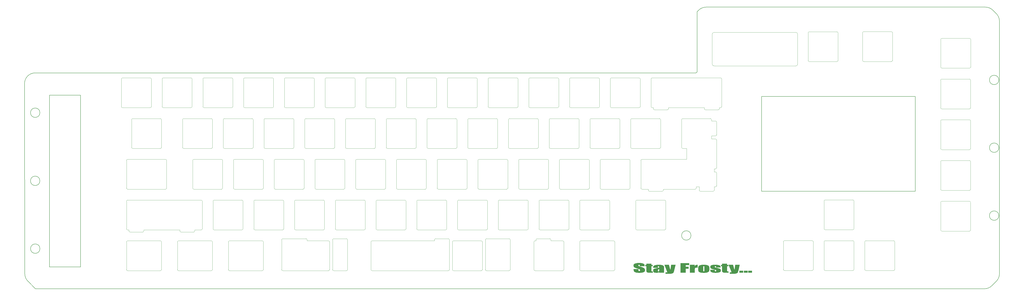
<source format=gbr>
G04 #@! TF.GenerationSoftware,KiCad,Pcbnew,8.0.3*
G04 #@! TF.CreationDate,2024-09-11T17:02:16-04:00*
G04 #@! TF.ProjectId,prototypeTOBETESTED,70726f74-6f74-4797-9065-544f42455445,rev?*
G04 #@! TF.SameCoordinates,Original*
G04 #@! TF.FileFunction,Other,ECO1*
%FSLAX46Y46*%
G04 Gerber Fmt 4.6, Leading zero omitted, Abs format (unit mm)*
G04 Created by KiCad (PCBNEW 8.0.3) date 2024-09-11 17:02:16*
%MOMM*%
%LPD*%
G01*
G04 APERTURE LIST*
%ADD10C,0.300000*%
%ADD11C,0.050000*%
%ADD12C,0.150000*%
G04 APERTURE END LIST*
D10*
G36*
X316632578Y-222629464D02*
G01*
X314358188Y-222629464D01*
X314358188Y-222267985D01*
X314336550Y-222072278D01*
X314289800Y-221994433D01*
X314063143Y-221941676D01*
X313795453Y-222011041D01*
X313704425Y-222203999D01*
X313703618Y-222231837D01*
X313743570Y-222432217D01*
X313816946Y-222528836D01*
X314091975Y-222668399D01*
X314417581Y-222779613D01*
X314450024Y-222789688D01*
X314820906Y-222907184D01*
X315155886Y-223018848D01*
X315524120Y-223150229D01*
X315836254Y-223272498D01*
X316136765Y-223407195D01*
X316411782Y-223566380D01*
X316611079Y-223761100D01*
X316720994Y-223951551D01*
X316791452Y-224176129D01*
X316820441Y-224395787D01*
X316824064Y-224515019D01*
X316813031Y-224711013D01*
X316773403Y-224906270D01*
X316683338Y-225107236D01*
X316593499Y-225219415D01*
X316360949Y-225380432D01*
X316043019Y-225509687D01*
X315708363Y-225602388D01*
X315324882Y-225676534D01*
X314908635Y-225726414D01*
X314511130Y-225750380D01*
X314196011Y-225755773D01*
X313795260Y-225747171D01*
X313369087Y-225716274D01*
X312976863Y-225662907D01*
X312576193Y-225576010D01*
X312233791Y-225466461D01*
X311939631Y-225326251D01*
X311720961Y-225149539D01*
X311693010Y-225114879D01*
X311582758Y-224917501D01*
X311518444Y-224702010D01*
X311489043Y-224480359D01*
X311483939Y-224327440D01*
X311483939Y-224005040D01*
X313758328Y-224005040D01*
X313758328Y-224579499D01*
X313777379Y-224776359D01*
X313834532Y-224882360D01*
X314108084Y-224942932D01*
X314401175Y-224863798D01*
X314498393Y-224666966D01*
X314500826Y-224616624D01*
X314481363Y-224405850D01*
X314397866Y-224210007D01*
X314301524Y-224126184D01*
X313992496Y-223994911D01*
X313664279Y-223879318D01*
X313287412Y-223756067D01*
X313234671Y-223739304D01*
X312882794Y-223625736D01*
X312548425Y-223513002D01*
X312232131Y-223397674D01*
X312077937Y-223333861D01*
X311815132Y-223178278D01*
X311625248Y-223001671D01*
X311601175Y-222973358D01*
X311486869Y-222782986D01*
X311428434Y-222577823D01*
X311413597Y-222388152D01*
X311426499Y-222177939D01*
X311472845Y-221969295D01*
X311565271Y-221774859D01*
X311683241Y-221637838D01*
X311931636Y-221472562D01*
X312240435Y-221347370D01*
X312550791Y-221263658D01*
X312947953Y-221192561D01*
X313345533Y-221151087D01*
X313781134Y-221130943D01*
X313986939Y-221128836D01*
X314427675Y-221138178D01*
X314835439Y-221166205D01*
X315254760Y-221220069D01*
X315552047Y-221278313D01*
X315917000Y-221379559D01*
X316219271Y-221509002D01*
X316417644Y-221657378D01*
X316540014Y-221850912D01*
X316602353Y-222063355D01*
X316627330Y-222262248D01*
X316632578Y-222422346D01*
X316632578Y-222629464D01*
G37*
G36*
X319797965Y-221503993D02*
G01*
X319797965Y-222066729D01*
X320395872Y-222066729D01*
X320395872Y-222691990D01*
X319797965Y-222691990D01*
X319797965Y-224648864D01*
X319804661Y-224854583D01*
X319854629Y-225035745D01*
X320261590Y-225066442D01*
X320489661Y-225067985D01*
X320489661Y-225693247D01*
X319532229Y-225693247D01*
X319136332Y-225690696D01*
X318744393Y-225680653D01*
X318432159Y-225661006D01*
X318059242Y-225590563D01*
X317834253Y-225506645D01*
X317594536Y-225350260D01*
X317509898Y-225230162D01*
X317467156Y-225019174D01*
X317452318Y-224803357D01*
X317447616Y-224592116D01*
X317447372Y-224524789D01*
X317447372Y-222691990D01*
X316968656Y-222691990D01*
X316968656Y-222066729D01*
X317447372Y-222066729D01*
X317447372Y-221503993D01*
X319797965Y-221503993D01*
G37*
G36*
X323618129Y-221948855D02*
G01*
X324047598Y-221975375D01*
X324473161Y-222029612D01*
X324868714Y-222121138D01*
X324944650Y-222145863D01*
X325267280Y-222282449D01*
X325515503Y-222453409D01*
X325651978Y-222646073D01*
X325709594Y-222860499D01*
X325737529Y-223056687D01*
X325754407Y-223252711D01*
X325765465Y-223478311D01*
X325770121Y-223680086D01*
X325771168Y-223843840D01*
X325771168Y-225693247D01*
X323487009Y-225693247D01*
X323487009Y-225459750D01*
X323210038Y-225602632D01*
X323057142Y-225653191D01*
X322689312Y-225730127D01*
X322286798Y-225755672D01*
X322257979Y-225755773D01*
X321855314Y-225735455D01*
X321474814Y-225674501D01*
X321148140Y-225583826D01*
X320880236Y-225437337D01*
X320723958Y-225238771D01*
X320657975Y-225040626D01*
X320640114Y-224840350D01*
X320640114Y-224638117D01*
X322848070Y-224638117D01*
X322858389Y-224834283D01*
X322910596Y-224995689D01*
X323152885Y-225067985D01*
X323373680Y-225014251D01*
X323423140Y-224807439D01*
X323426437Y-224683058D01*
X323426437Y-223973777D01*
X323125262Y-224105985D01*
X322928181Y-224260029D01*
X322861291Y-224455533D01*
X322848070Y-224638117D01*
X320640114Y-224638117D01*
X320640114Y-224538466D01*
X320661444Y-224321610D01*
X320745444Y-224113865D01*
X320909759Y-223959122D01*
X321221168Y-223834971D01*
X321596096Y-223733742D01*
X321971482Y-223650201D01*
X322218900Y-223600574D01*
X322585196Y-223526557D01*
X322963955Y-223443789D01*
X323312206Y-223348100D01*
X323358049Y-223324091D01*
X323423164Y-223130247D01*
X323426437Y-223043700D01*
X323412225Y-222845535D01*
X323352187Y-222701760D01*
X323121622Y-222629464D01*
X322893010Y-222688083D01*
X322851625Y-222892466D01*
X322848070Y-223037838D01*
X322848070Y-223442304D01*
X320640114Y-223442304D01*
X320640114Y-223172660D01*
X320652693Y-222975312D01*
X320703793Y-222761600D01*
X320805404Y-222568831D01*
X320841371Y-222523951D01*
X321050107Y-222358721D01*
X321340414Y-222220777D01*
X321648349Y-222117531D01*
X322015789Y-222032523D01*
X322438871Y-221975336D01*
X322861656Y-221947859D01*
X323207595Y-221941676D01*
X323618129Y-221948855D01*
G37*
G36*
X331164050Y-222004203D02*
G01*
X330519249Y-224657657D01*
X330465142Y-224877590D01*
X330406010Y-225099277D01*
X330343698Y-225306608D01*
X330267190Y-225511530D01*
X330148901Y-225698502D01*
X329945935Y-225876005D01*
X329915481Y-225895480D01*
X329622389Y-226029080D01*
X329262436Y-226116621D01*
X329235509Y-226121160D01*
X328839835Y-226165215D01*
X328450756Y-226184913D01*
X328038474Y-226192820D01*
X327867749Y-226193456D01*
X326458956Y-226193456D01*
X326458956Y-225568194D01*
X326870833Y-225564080D01*
X327148698Y-225546701D01*
X327271796Y-225456819D01*
X327208072Y-225261868D01*
X327136974Y-225081662D01*
X325905990Y-222004203D01*
X328053373Y-222004203D01*
X328725530Y-224539443D01*
X329018621Y-222004203D01*
X331164050Y-222004203D01*
G37*
G36*
X333434532Y-221191362D02*
G01*
X337479193Y-221191362D01*
X337479193Y-222129255D01*
X335873052Y-222129255D01*
X335873052Y-222879569D01*
X337303338Y-222879569D01*
X337303338Y-223817461D01*
X335873052Y-223817461D01*
X335873052Y-225693247D01*
X333434532Y-225693247D01*
X333434532Y-221191362D01*
G37*
G36*
X340175634Y-222004203D02*
G01*
X340019319Y-222558145D01*
X340204722Y-222358694D01*
X340431204Y-222197780D01*
X340747351Y-222058754D01*
X341119412Y-221972180D01*
X341482822Y-221939722D01*
X341482822Y-223317252D01*
X341077408Y-223326141D01*
X340672661Y-223366914D01*
X340558607Y-223392479D01*
X340281590Y-223531909D01*
X340230345Y-223603505D01*
X340186868Y-223813406D01*
X340173558Y-224019511D01*
X340169832Y-224221383D01*
X340169772Y-224253191D01*
X340169772Y-225693247D01*
X337825041Y-225693247D01*
X337825041Y-222004203D01*
X340175634Y-222004203D01*
G37*
G36*
X344713216Y-221950641D02*
G01*
X345130566Y-221981629D01*
X345506700Y-222034752D01*
X345611503Y-222055005D01*
X345988126Y-222149298D01*
X346316754Y-222274084D01*
X346459514Y-222351027D01*
X346686156Y-222513128D01*
X346847643Y-222691788D01*
X346869842Y-222728138D01*
X346945977Y-222934611D01*
X346975888Y-223149052D01*
X346981217Y-223309436D01*
X346981217Y-224196526D01*
X346976355Y-224399179D01*
X346958892Y-224600557D01*
X346919202Y-224806943D01*
X346879612Y-224921439D01*
X346747164Y-225119470D01*
X346543135Y-225293645D01*
X346443883Y-225358145D01*
X346166911Y-225496173D01*
X345837183Y-225603976D01*
X345588056Y-225659053D01*
X345212719Y-225714119D01*
X344801365Y-225746327D01*
X344396151Y-225755773D01*
X343993917Y-225749281D01*
X343588321Y-225726841D01*
X343192415Y-225683645D01*
X343126088Y-225673707D01*
X342738669Y-225592207D01*
X342406560Y-225473063D01*
X342309340Y-225422625D01*
X342085049Y-225262020D01*
X341925085Y-225075984D01*
X341891196Y-225018159D01*
X341816183Y-224808690D01*
X341782643Y-224609394D01*
X341769180Y-224401879D01*
X341768098Y-224316694D01*
X341768098Y-223388571D01*
X341778850Y-223175927D01*
X341805467Y-223026115D01*
X344112829Y-223026115D01*
X344112829Y-224682081D01*
X344124850Y-224879002D01*
X344167539Y-225002528D01*
X344374657Y-225067985D01*
X344583729Y-225008390D01*
X344633961Y-224810920D01*
X344636486Y-224718229D01*
X344636486Y-223026115D01*
X344626762Y-222826187D01*
X344585683Y-222690036D01*
X344380519Y-222629464D01*
X344167539Y-222691013D01*
X344117157Y-222888616D01*
X344112829Y-223026115D01*
X341805467Y-223026115D01*
X341817471Y-222958551D01*
X341894493Y-222746701D01*
X341992801Y-222587454D01*
X342191342Y-222400248D01*
X342475310Y-222240286D01*
X342807595Y-222118508D01*
X343163615Y-222033028D01*
X343570022Y-221975523D01*
X343973572Y-221947893D01*
X344302361Y-221941676D01*
X344713216Y-221950641D01*
G37*
G36*
X352213876Y-223254726D02*
G01*
X350121203Y-223254726D01*
X350121203Y-223012437D01*
X350110470Y-222809520D01*
X350072354Y-222689059D01*
X349837881Y-222629464D01*
X349605362Y-222681244D01*
X349527204Y-222845375D01*
X349553441Y-223043321D01*
X349570191Y-223078871D01*
X349822181Y-223234472D01*
X349835927Y-223240071D01*
X350182752Y-223350713D01*
X350565141Y-223451999D01*
X350777728Y-223504831D01*
X351174792Y-223608715D01*
X351550041Y-223724349D01*
X351872058Y-223850495D01*
X352069284Y-223959122D01*
X352260984Y-224148578D01*
X352353148Y-224347388D01*
X352383562Y-224558131D01*
X352383869Y-224583407D01*
X352368848Y-224795959D01*
X352316040Y-225002529D01*
X352212771Y-225191626D01*
X352143534Y-225270218D01*
X351919960Y-225430823D01*
X351606810Y-225560928D01*
X351348279Y-225630720D01*
X350978671Y-225696666D01*
X350565939Y-225738187D01*
X350157609Y-225754674D01*
X350013736Y-225755773D01*
X349598890Y-225747102D01*
X349168097Y-225716619D01*
X348775326Y-225664189D01*
X348534601Y-225617043D01*
X348186097Y-225520605D01*
X347889136Y-225392044D01*
X347682682Y-225239932D01*
X347550301Y-225048339D01*
X347482861Y-224850364D01*
X347453796Y-224643247D01*
X347450163Y-224528697D01*
X347450163Y-224317671D01*
X349542836Y-224317671D01*
X349542836Y-224596108D01*
X349551903Y-224795776D01*
X349607316Y-224986896D01*
X349847651Y-225067985D01*
X350130973Y-225019136D01*
X350208444Y-224824685D01*
X350209130Y-224792479D01*
X350183241Y-224592200D01*
X350105571Y-224487664D01*
X349764452Y-224372159D01*
X349396439Y-224264036D01*
X349035479Y-224161706D01*
X348827693Y-224103714D01*
X348481868Y-224000651D01*
X348146994Y-223884752D01*
X347824977Y-223742609D01*
X347610387Y-223593735D01*
X347475839Y-223408400D01*
X347403391Y-223199710D01*
X347389591Y-223047608D01*
X347404612Y-222840124D01*
X347457420Y-222640862D01*
X347573597Y-222446435D01*
X347629926Y-222389129D01*
X347879374Y-222230309D01*
X348205805Y-222113187D01*
X348438858Y-222057936D01*
X348811214Y-221996627D01*
X349217535Y-221958025D01*
X349612264Y-221942698D01*
X349749954Y-221941676D01*
X350147156Y-221949250D01*
X350548248Y-221975430D01*
X350940523Y-222025826D01*
X351006339Y-222037420D01*
X351363819Y-222118294D01*
X351695447Y-222235569D01*
X351809410Y-222293386D01*
X352047573Y-222456244D01*
X352153304Y-222589408D01*
X352202282Y-222789340D01*
X352213817Y-222991025D01*
X352213876Y-223008529D01*
X352213876Y-223254726D01*
G37*
G36*
X355289382Y-221503993D02*
G01*
X355289382Y-222066729D01*
X355887288Y-222066729D01*
X355887288Y-222691990D01*
X355289382Y-222691990D01*
X355289382Y-224648864D01*
X355296077Y-224854583D01*
X355346046Y-225035745D01*
X355753006Y-225066442D01*
X355981077Y-225067985D01*
X355981077Y-225693247D01*
X355023645Y-225693247D01*
X354627749Y-225690696D01*
X354235810Y-225680653D01*
X353923576Y-225661006D01*
X353550659Y-225590563D01*
X353325669Y-225506645D01*
X353085952Y-225350260D01*
X353001315Y-225230162D01*
X352958572Y-225019174D01*
X352943734Y-224803357D01*
X352939033Y-224592116D01*
X352938789Y-224524789D01*
X352938789Y-222691990D01*
X352460073Y-222691990D01*
X352460073Y-222066729D01*
X352938789Y-222066729D01*
X352938789Y-221503993D01*
X355289382Y-221503993D01*
G37*
G36*
X361239137Y-222004203D02*
G01*
X360594336Y-224657657D01*
X360540229Y-224877590D01*
X360481097Y-225099277D01*
X360418785Y-225306608D01*
X360342278Y-225511530D01*
X360223988Y-225698502D01*
X360021022Y-225876005D01*
X359990568Y-225895480D01*
X359697477Y-226029080D01*
X359337524Y-226116621D01*
X359310596Y-226121160D01*
X358914922Y-226165215D01*
X358525844Y-226184913D01*
X358113562Y-226192820D01*
X357942836Y-226193456D01*
X356534043Y-226193456D01*
X356534043Y-225568194D01*
X356945921Y-225564080D01*
X357223785Y-225546701D01*
X357346883Y-225456819D01*
X357283159Y-225261868D01*
X357212061Y-225081662D01*
X355981077Y-222004203D01*
X358128461Y-222004203D01*
X358800617Y-224539443D01*
X359093708Y-222004203D01*
X361239137Y-222004203D01*
G37*
G36*
X362874588Y-224755354D02*
G01*
X362874588Y-225693247D01*
X361073052Y-225693247D01*
X361073052Y-224755354D01*
X362874588Y-224755354D01*
G37*
G36*
X364937951Y-224755354D02*
G01*
X364937951Y-225693247D01*
X363136416Y-225693247D01*
X363136416Y-224755354D01*
X364937951Y-224755354D01*
G37*
G36*
X367001315Y-224755354D02*
G01*
X367001315Y-225693247D01*
X365199779Y-225693247D01*
X365199779Y-224755354D01*
X367001315Y-224755354D01*
G37*
D11*
X248030400Y-192146800D02*
G75*
G02*
X248530400Y-191646800I500000J0D01*
G01*
X194680400Y-172546800D02*
G75*
G02*
X195180400Y-173046800I0J-500000D01*
G01*
X285905400Y-166946800D02*
G75*
G02*
X285405400Y-167446800I-500000J0D01*
G01*
D12*
X31070000Y-233240000D02*
X32280000Y-233240000D01*
D11*
X432325800Y-112685200D02*
G75*
G02*
X432825800Y-113185200I0J-500000D01*
G01*
X194680400Y-172546800D02*
X181680400Y-172546800D01*
X224155400Y-134846800D02*
X224155400Y-147846800D01*
X243755400Y-148346800D02*
X256755400Y-148346800D01*
X275855400Y-134346800D02*
X262855400Y-134346800D01*
X468940000Y-154000000D02*
X455940000Y-154000000D01*
X74242900Y-224746800D02*
G75*
G02*
X73742900Y-224246800I0J500000D01*
G01*
X114005400Y-224246800D02*
G75*
G02*
X113505400Y-224746800I-500000J0D01*
G01*
X188842900Y-224746800D02*
X205555400Y-224746800D01*
X253617900Y-224246800D02*
G75*
G02*
X253117900Y-224746800I-500000J0D01*
G01*
X90455400Y-134846800D02*
X90455400Y-147846800D01*
X455940000Y-168000000D02*
X468940000Y-168000000D01*
X258080400Y-186546800D02*
X271080400Y-186546800D01*
X393787400Y-126739400D02*
X406787400Y-126739400D01*
X271080400Y-172546800D02*
X258080400Y-172546800D01*
X262355400Y-134846800D02*
G75*
G02*
X262855400Y-134346800I500000J0D01*
G01*
X205055400Y-134846800D02*
G75*
G02*
X205555400Y-134346800I500000J0D01*
G01*
X301055400Y-148346800D02*
G75*
G02*
X300555400Y-147846800I0J500000D01*
G01*
X133430400Y-192146800D02*
X133430400Y-205146800D01*
X74242900Y-186546800D02*
G75*
G02*
X73742900Y-186046800I0J500000D01*
G01*
X76630400Y-167446800D02*
X89630400Y-167446800D01*
X336367900Y-172546800D02*
X315380400Y-172546800D01*
X190405400Y-166946800D02*
X190405400Y-153946800D01*
X124380400Y-186546800D02*
G75*
G02*
X123880400Y-186046800I0J500000D01*
G01*
X170355900Y-210246800D02*
X170355900Y-224246800D01*
X123555400Y-147846800D02*
X123555400Y-134846800D01*
X119605400Y-167446800D02*
G75*
G02*
X119105400Y-166946800I0J500000D01*
G01*
X342755900Y-187546800D02*
G75*
G02*
X342255900Y-187046800I0J500000D01*
G01*
X143480400Y-186546800D02*
G75*
G02*
X142980400Y-186046800I0J500000D01*
G01*
X302617900Y-224246800D02*
X302617900Y-211246800D01*
X277180400Y-186546800D02*
X290180400Y-186546800D01*
X433854600Y-224191200D02*
X433854600Y-211191200D01*
X161255400Y-134346800D02*
X148255400Y-134346800D01*
X166030400Y-191646800D02*
X153030400Y-191646800D01*
X302617900Y-224246800D02*
G75*
G02*
X302117900Y-224746800I-500000J0D01*
G01*
X468940000Y-154000000D02*
G75*
G02*
X469440000Y-154500000I0J-500000D01*
G01*
X185130400Y-191646800D02*
X172130400Y-191646800D01*
X152205400Y-166946800D02*
X152205400Y-153946800D01*
X118280400Y-172546800D02*
X105280400Y-172546800D01*
X114330400Y-192146800D02*
X114330400Y-205146800D01*
X469440000Y-167500000D02*
G75*
G02*
X468940000Y-168000000I-500000J0D01*
G01*
X419854600Y-211191200D02*
G75*
G02*
X420354600Y-210691200I500000J0D01*
G01*
X320155400Y-148346800D02*
G75*
G02*
X319655400Y-147846800I0J500000D01*
G01*
X146930400Y-191646800D02*
X133930400Y-191646800D01*
X114830400Y-205646800D02*
X127830400Y-205646800D01*
X252805400Y-153946800D02*
G75*
G02*
X253305400Y-153446800I500000J0D01*
G01*
X157305400Y-153946800D02*
G75*
G02*
X157805400Y-153446800I500000J0D01*
G01*
X400766400Y-192073000D02*
G75*
G02*
X401266400Y-191573000I500000J0D01*
G01*
X238480400Y-173046800D02*
G75*
G02*
X238980400Y-172546800I500000J0D01*
G01*
X156980400Y-186046800D02*
X156980400Y-173046800D01*
X224604900Y-209746800D02*
X218604900Y-209746800D01*
X278742900Y-224246800D02*
G75*
G02*
X278242900Y-224746800I-500000J0D01*
G01*
X224655400Y-148346800D02*
G75*
G02*
X224155400Y-147846800I0J500000D01*
G01*
X333980400Y-153946800D02*
G75*
G02*
X334480400Y-153446800I500000J0D01*
G01*
X114830400Y-205646800D02*
G75*
G02*
X114330400Y-205146800I0J500000D01*
G01*
X228605400Y-166946800D02*
X228605400Y-153946800D01*
X168417900Y-210746800D02*
X158405400Y-210741800D01*
X296280400Y-186546800D02*
G75*
G02*
X295780400Y-186046800I0J500000D01*
G01*
X393287400Y-113239400D02*
X393287400Y-126239400D01*
X325379900Y-187046800D02*
G75*
G02*
X324879900Y-187546800I-500000J0D01*
G01*
X266805400Y-166946800D02*
G75*
G02*
X266305400Y-167446800I-500000J0D01*
G01*
X137880400Y-224246800D02*
X137880400Y-211246800D01*
X73742900Y-211246800D02*
X73742900Y-224246800D01*
X327767400Y-148846800D02*
X327767400Y-148346800D01*
X73742900Y-192146800D02*
G75*
G02*
X74242900Y-191646800I500000J0D01*
G01*
X224155400Y-134846800D02*
G75*
G02*
X224655400Y-134346800I500000J0D01*
G01*
X319655400Y-134846800D02*
X319655400Y-147846800D01*
X129155400Y-148346800D02*
X142155400Y-148346800D01*
X98117900Y-224746800D02*
G75*
G02*
X97617900Y-224246800I0J500000D01*
G01*
X349312400Y-128764400D02*
G75*
G02*
X348312400Y-127764400I0J1000000D01*
G01*
D12*
X479454466Y-231775534D02*
G75*
G02*
X475918932Y-233239981I-3535466J3535434D01*
G01*
D11*
X191230400Y-205646800D02*
X204230400Y-205646800D01*
X469440000Y-148400000D02*
G75*
G02*
X468940000Y-148900000I-500000J0D01*
G01*
X132605400Y-153446800D02*
G75*
G02*
X133105400Y-153946800I0J-500000D01*
G01*
X128330400Y-205146800D02*
G75*
G02*
X127830400Y-205646800I-500000J0D01*
G01*
X152530400Y-192146800D02*
G75*
G02*
X153030400Y-191646800I500000J0D01*
G01*
X176080400Y-186046800D02*
X176080400Y-173046800D01*
X267630400Y-205646800D02*
G75*
G02*
X267130400Y-205146800I0J500000D01*
G01*
X240042900Y-210746800D02*
G75*
G02*
X240542900Y-211246800I0J-500000D01*
G01*
X271580400Y-186046800D02*
X271580400Y-173046800D01*
X176855900Y-209746800D02*
G75*
G02*
X177355900Y-210246800I0J-500000D01*
G01*
X170805400Y-153446800D02*
X157805400Y-153446800D01*
X272205400Y-209746800D02*
G75*
G02*
X272705400Y-210246800I0J-500000D01*
G01*
X137380400Y-172546800D02*
G75*
G02*
X137880400Y-173046800I0J-500000D01*
G01*
X400766400Y-192073000D02*
X400766400Y-205073000D01*
X468940000Y-192200000D02*
X455940000Y-192200000D01*
X228105400Y-153446800D02*
X215105400Y-153446800D01*
X97617900Y-211246800D02*
X97617900Y-224246800D01*
X109230400Y-205146800D02*
G75*
G02*
X108730400Y-205646800I-500000J0D01*
G01*
X241980900Y-210246800D02*
G75*
G02*
X242480900Y-209746800I500000J0D01*
G01*
X157805400Y-167446800D02*
G75*
G02*
X157305400Y-166946800I0J500000D01*
G01*
X138705400Y-167446800D02*
X151705400Y-167446800D01*
X262855400Y-148346800D02*
G75*
G02*
X262355400Y-147846800I0J500000D01*
G01*
X247205400Y-153446800D02*
G75*
G02*
X247705400Y-153946800I0J-500000D01*
G01*
X137380400Y-210746800D02*
G75*
G02*
X137880400Y-211246800I0J-500000D01*
G01*
X321267400Y-149346800D02*
X327267400Y-149346800D01*
X258080400Y-186546800D02*
G75*
G02*
X257580400Y-186046800I0J500000D01*
G01*
X90130400Y-224246800D02*
G75*
G02*
X89630400Y-224746800I-500000J0D01*
G01*
X347480400Y-153446800D02*
G75*
G02*
X347980400Y-153946800I0J-500000D01*
G01*
X96792900Y-191646800D02*
X83792900Y-191646800D01*
X468940000Y-134900000D02*
G75*
G02*
X469440000Y-135400000I0J-500000D01*
G01*
X224604900Y-209746800D02*
G75*
G02*
X225104900Y-210246800I0J-500000D01*
G01*
X121492900Y-211246800D02*
G75*
G02*
X121992900Y-210746800I500000J0D01*
G01*
X219880400Y-186546800D02*
G75*
G02*
X219380400Y-186046800I0J500000D01*
G01*
X223330400Y-191646800D02*
X210330400Y-191646800D01*
X148255400Y-148346800D02*
X161255400Y-148346800D01*
X232880400Y-172546800D02*
X219880400Y-172546800D01*
X121492900Y-211246800D02*
X121492900Y-224246800D01*
X90955400Y-148346800D02*
G75*
G02*
X90455400Y-147846800I0J500000D01*
G01*
X286730400Y-224746800D02*
G75*
G02*
X286230400Y-224246800I0J500000D01*
G01*
X105280400Y-186546800D02*
G75*
G02*
X104780400Y-186046800I0J500000D01*
G01*
X209005400Y-153446800D02*
X196005400Y-153446800D01*
X109555400Y-134846800D02*
X109555400Y-147846800D01*
X142655400Y-147846800D02*
X142655400Y-134846800D01*
X97617900Y-211246800D02*
G75*
G02*
X98117900Y-210746800I500000J0D01*
G01*
X73742900Y-211246800D02*
G75*
G02*
X74242900Y-210746800I500000J0D01*
G01*
X121992900Y-224746800D02*
G75*
G02*
X121492900Y-224246800I0J500000D01*
G01*
X138205400Y-153946800D02*
X138205400Y-166946800D01*
X90455400Y-134846800D02*
G75*
G02*
X90955400Y-134346800I500000J0D01*
G01*
X146479900Y-210246800D02*
X146479900Y-224246800D01*
X455977506Y-129806800D02*
G75*
G02*
X455477500Y-129306800I-6J500000D01*
G01*
X243255400Y-134846800D02*
X243255400Y-147846800D01*
X310605400Y-167446800D02*
X323605400Y-167446800D01*
X252480400Y-186046800D02*
X252480400Y-173046800D01*
X97617900Y-211246800D02*
X97617900Y-224246800D01*
X142155400Y-134346800D02*
X129155400Y-134346800D01*
X89630400Y-153446800D02*
X76630400Y-153446800D01*
X233380400Y-186046800D02*
G75*
G02*
X232880400Y-186546800I-500000J0D01*
G01*
X342255900Y-185434800D02*
X342255900Y-187046800D01*
X133105400Y-166946800D02*
X133105400Y-153946800D01*
X218604900Y-224746800D02*
X224604900Y-224746800D01*
X349255900Y-178434800D02*
X349255900Y-176996800D01*
X253617900Y-224246800D02*
X253617900Y-210246800D01*
X302117900Y-210746800D02*
G75*
G02*
X302617900Y-211246800I0J-500000D01*
G01*
X348312400Y-114014400D02*
X348312400Y-127764400D01*
X210330400Y-205646800D02*
G75*
G02*
X209830400Y-205146800I0J500000D01*
G01*
X190405400Y-166946800D02*
G75*
G02*
X189905400Y-167446800I-500000J0D01*
G01*
X469477506Y-129306800D02*
X469477506Y-116306800D01*
X147430400Y-205146800D02*
X147430400Y-192146800D01*
X158405400Y-210741800D02*
X158405400Y-210246800D01*
X352755400Y-147846800D02*
G75*
G02*
X352255400Y-148346800I-500000J0D01*
G01*
X76130400Y-153946800D02*
X76130400Y-166946800D01*
X195505400Y-153946800D02*
X195505400Y-166946800D01*
D12*
X338373953Y-208233247D02*
G75*
G02*
X333973953Y-208233247I-2200000J0D01*
G01*
X333973953Y-208233247D02*
G75*
G02*
X338373953Y-208233247I2200000J0D01*
G01*
D11*
X327767400Y-148346800D02*
X344643400Y-148346800D01*
X393287400Y-113239400D02*
G75*
G02*
X393787400Y-112739400I500000J0D01*
G01*
X200280400Y-173046800D02*
X200280400Y-186046800D01*
X469440000Y-186600000D02*
X469440000Y-173600000D01*
X312492900Y-192146800D02*
G75*
G02*
X312992900Y-191646800I500000J0D01*
G01*
X300230400Y-205146800D02*
X300230400Y-192146800D01*
X281130400Y-205146800D02*
G75*
G02*
X280630400Y-205646800I-500000J0D01*
G01*
X325379900Y-187046800D02*
X325379900Y-186546800D01*
X286230400Y-211246800D02*
X286230400Y-224246800D01*
X290180400Y-172546800D02*
G75*
G02*
X290680400Y-173046800I0J-500000D01*
G01*
X175580400Y-172546800D02*
X162580400Y-172546800D01*
X238155400Y-147846800D02*
G75*
G02*
X237655400Y-148346800I-500000J0D01*
G01*
X261530400Y-191646800D02*
X248530400Y-191646800D01*
X349255900Y-187046800D02*
X349255900Y-185434800D01*
X395678400Y-224163400D02*
G75*
G02*
X395178400Y-224663400I-500000J0D01*
G01*
D12*
X32170000Y-233240000D02*
X475918932Y-233240000D01*
D11*
X85355400Y-147846800D02*
X85355400Y-134846800D01*
X407287400Y-126239400D02*
X407287400Y-113239400D01*
X238980400Y-186546800D02*
X251980400Y-186546800D01*
X295780400Y-173046800D02*
G75*
G02*
X296280400Y-172546800I500000J0D01*
G01*
X190730400Y-192146800D02*
X190730400Y-205146800D01*
X301055400Y-148346800D02*
X314055400Y-148346800D01*
X350367900Y-161058800D02*
X350367900Y-155058800D01*
X146930400Y-191646800D02*
G75*
G02*
X147430400Y-192146800I0J-500000D01*
G01*
X214605400Y-153946800D02*
G75*
G02*
X215105400Y-153446800I500000J0D01*
G01*
D12*
X341230000Y-131510000D02*
X340720000Y-132020000D01*
D11*
X272405400Y-167446800D02*
X285405400Y-167446800D01*
X324105400Y-166946800D02*
G75*
G02*
X323605400Y-167446800I-500000J0D01*
G01*
X251980400Y-172546800D02*
X238980400Y-172546800D01*
X314880400Y-173046800D02*
G75*
G02*
X315380400Y-172546800I500000J0D01*
G01*
X299730400Y-191646800D02*
G75*
G02*
X300230400Y-192146800I0J-500000D01*
G01*
X137880400Y-186046800D02*
G75*
G02*
X137380400Y-186546800I-500000J0D01*
G01*
X71855400Y-148346800D02*
X84855400Y-148346800D01*
X281955400Y-148346800D02*
G75*
G02*
X281455400Y-147846800I0J500000D01*
G01*
X238980400Y-186546800D02*
G75*
G02*
X238480400Y-186046800I0J500000D01*
G01*
X305005400Y-166946800D02*
X305005400Y-153946800D01*
X455940000Y-168000000D02*
G75*
G02*
X455440000Y-167500000I0J500000D01*
G01*
X333155400Y-134346800D02*
X320155400Y-134346800D01*
X108730400Y-191646800D02*
G75*
G02*
X109230400Y-192146800I0J-500000D01*
G01*
X196005400Y-167446800D02*
X209005400Y-167446800D01*
X242480900Y-224746800D02*
G75*
G02*
X241980900Y-224246800I0J500000D01*
G01*
X226542900Y-211246800D02*
X226542900Y-224246800D01*
X200780400Y-186546800D02*
G75*
G02*
X200280400Y-186046800I0J500000D01*
G01*
X167355400Y-148346800D02*
G75*
G02*
X166855400Y-147846800I0J500000D01*
G01*
X240042900Y-210746800D02*
X227042900Y-210746800D01*
X152530400Y-192146800D02*
X152530400Y-205146800D01*
X92017900Y-172546800D02*
X74242900Y-172546800D01*
X233705400Y-153946800D02*
X233705400Y-166946800D01*
X310105400Y-153946800D02*
X310105400Y-166946800D01*
X186455400Y-148346800D02*
G75*
G02*
X185955400Y-147846800I0J500000D01*
G01*
X350367900Y-184934800D02*
G75*
G02*
X349867900Y-185434800I-500000J0D01*
G01*
X204230400Y-191646800D02*
X191230400Y-191646800D01*
D12*
X476388932Y-101190000D02*
X345471068Y-101190000D01*
D11*
X185130400Y-191646800D02*
G75*
G02*
X185630400Y-192146800I0J-500000D01*
G01*
X127830400Y-191646800D02*
G75*
G02*
X128330400Y-192146800I0J-500000D01*
G01*
X113505400Y-153446800D02*
G75*
G02*
X114005400Y-153946800I0J-500000D01*
G01*
X281130400Y-205146800D02*
X281130400Y-192146800D01*
X262355400Y-134846800D02*
X262355400Y-147846800D01*
X302117900Y-210746800D02*
X286730400Y-210746800D01*
X242930400Y-205146800D02*
G75*
G02*
X242430400Y-205646800I-500000J0D01*
G01*
X455940000Y-206200000D02*
G75*
G02*
X455440000Y-205700000I0J500000D01*
G01*
X418825800Y-113185200D02*
X418825800Y-126185200D01*
X296280400Y-186546800D02*
X309280400Y-186546800D01*
X199955400Y-147846800D02*
X199955400Y-134846800D01*
X180855400Y-147846800D02*
X180855400Y-134846800D01*
X113505400Y-210746800D02*
G75*
G02*
X114005400Y-211246800I0J-500000D01*
G01*
X469477506Y-129306800D02*
G75*
G02*
X468977506Y-129806806I-500006J0D01*
G01*
X143480400Y-186546800D02*
X156480400Y-186546800D01*
X240542900Y-224246800D02*
X240542900Y-211246800D01*
X243755400Y-148346800D02*
G75*
G02*
X243255400Y-147846800I0J500000D01*
G01*
X170805400Y-153446800D02*
G75*
G02*
X171305400Y-153946800I0J-500000D01*
G01*
X280630400Y-191646800D02*
G75*
G02*
X281130400Y-192146800I0J-500000D01*
G01*
X302617900Y-224246800D02*
X302617900Y-211246800D01*
X215105400Y-167446800D02*
X228105400Y-167446800D01*
X213780400Y-172546800D02*
G75*
G02*
X214280400Y-173046800I0J-500000D01*
G01*
X119105400Y-153946800D02*
G75*
G02*
X119605400Y-153446800I500000J0D01*
G01*
X98117900Y-224746800D02*
G75*
G02*
X97617900Y-224246800I0J500000D01*
G01*
X81850400Y-205651800D02*
X98730400Y-205651800D01*
X185955400Y-134846800D02*
X185955400Y-147846800D01*
X309280400Y-172546800D02*
X296280400Y-172546800D01*
X98117900Y-224746800D02*
X113505400Y-224746800D01*
X406787400Y-112739400D02*
G75*
G02*
X407287400Y-113239400I0J-500000D01*
G01*
X118780400Y-186046800D02*
G75*
G02*
X118280400Y-186546800I-500000J0D01*
G01*
X180355400Y-134346800D02*
X167355400Y-134346800D01*
X84855400Y-134346800D02*
X71855400Y-134346800D01*
X225104900Y-224246800D02*
X225104900Y-210246800D01*
X314055400Y-134346800D02*
X301055400Y-134346800D01*
X271580400Y-186046800D02*
G75*
G02*
X271080400Y-186546800I-500000J0D01*
G01*
D12*
X341935534Y-102654466D02*
G75*
G02*
X345471068Y-101190019I3535466J-3535434D01*
G01*
D11*
X233380400Y-186046800D02*
X233380400Y-173046800D01*
X234205400Y-167446800D02*
G75*
G02*
X233705400Y-166946800I0J500000D01*
G01*
X155417900Y-224746800D02*
X168417900Y-224746800D01*
X137880400Y-186046800D02*
X137880400Y-173046800D01*
X455940000Y-187100000D02*
G75*
G02*
X455440000Y-186600000I0J500000D01*
G01*
X304505400Y-153446800D02*
G75*
G02*
X305005400Y-153946800I0J-500000D01*
G01*
X84855400Y-134346800D02*
G75*
G02*
X85355400Y-134846800I0J-500000D01*
G01*
X262030400Y-205146800D02*
G75*
G02*
X261530400Y-205646800I-500000J0D01*
G01*
X118280400Y-172546800D02*
G75*
G02*
X118780400Y-173046800I0J-500000D01*
G01*
X388312400Y-128014400D02*
X388312400Y-113764400D01*
X175580400Y-172546800D02*
G75*
G02*
X176080400Y-173046800I0J-500000D01*
G01*
X109230400Y-205146800D02*
X109230400Y-192146800D01*
X272205400Y-209746800D02*
X266205400Y-209746800D01*
X469440000Y-148400000D02*
X469440000Y-135400000D01*
X81854900Y-206146800D02*
G75*
G02*
X81354900Y-206646800I-500000J0D01*
G01*
X256755400Y-134346800D02*
X243755400Y-134346800D01*
X285405400Y-153446800D02*
G75*
G02*
X285905400Y-153946800I0J-500000D01*
G01*
X218555400Y-134346800D02*
X205555400Y-134346800D01*
X455940000Y-206200000D02*
X468940000Y-206200000D01*
X223830400Y-205146800D02*
X223830400Y-192146800D01*
X264742900Y-211246800D02*
X264742900Y-224246800D01*
X286230400Y-192146800D02*
X286230400Y-205146800D01*
X286730400Y-205646800D02*
X299730400Y-205646800D01*
X89630400Y-210746800D02*
G75*
G02*
X90130400Y-211246800I0J-500000D01*
G01*
X129155400Y-148346800D02*
G75*
G02*
X128655400Y-147846800I0J500000D01*
G01*
X142655400Y-147846800D02*
G75*
G02*
X142155400Y-148346800I-500000J0D01*
G01*
X89630400Y-210746800D02*
X74242900Y-210746800D01*
X146979900Y-224746800D02*
X157905400Y-224746800D01*
X210330400Y-205646800D02*
X223330400Y-205646800D01*
X253117900Y-209746800D02*
X242480900Y-209746800D01*
X432825800Y-126185200D02*
G75*
G02*
X432325800Y-126685200I-500000J0D01*
G01*
X133930400Y-205646800D02*
G75*
G02*
X133430400Y-205146800I0J500000D01*
G01*
X85355400Y-147846800D02*
G75*
G02*
X84855400Y-148346800I-500000J0D01*
G01*
X146479900Y-210246800D02*
G75*
G02*
X146979900Y-209746800I500000J0D01*
G01*
X318379900Y-186546800D02*
X318379900Y-187046800D01*
X90130400Y-166946800D02*
X90130400Y-153946800D01*
X103955400Y-134346800D02*
G75*
G02*
X104455400Y-134846800I0J-500000D01*
G01*
X74242900Y-205646800D02*
X74854900Y-205651800D01*
X110055400Y-148346800D02*
X123055400Y-148346800D01*
X414766400Y-205073000D02*
G75*
G02*
X414266400Y-205573000I-500000J0D01*
G01*
X351643400Y-148846800D02*
X351643400Y-148346800D01*
X340817900Y-186046800D02*
X340817900Y-185434800D01*
X219055400Y-147846800D02*
X219055400Y-134846800D01*
X223830400Y-205146800D02*
G75*
G02*
X223330400Y-205646800I-500000J0D01*
G01*
X433854600Y-224191200D02*
G75*
G02*
X433354600Y-224691200I-500000J0D01*
G01*
X170855900Y-224746800D02*
G75*
G02*
X170355900Y-224246800I0J500000D01*
G01*
X219380400Y-173046800D02*
X219380400Y-186046800D01*
X401266400Y-205573000D02*
X414266400Y-205573000D01*
D12*
X371483953Y-143103247D02*
X443563953Y-143103247D01*
X443563953Y-187543247D01*
X371483953Y-187543247D01*
X371483953Y-143103247D01*
D11*
X133430400Y-192146800D02*
G75*
G02*
X133930400Y-191646800I500000J0D01*
G01*
X73742900Y-211246800D02*
X73742900Y-224246800D01*
X168917900Y-224246800D02*
G75*
G02*
X168417900Y-224746800I-500000J0D01*
G01*
X302117900Y-210746800D02*
G75*
G02*
X302617900Y-211246800I0J-500000D01*
G01*
X334480400Y-167446800D02*
X336367900Y-167446800D01*
X161255400Y-134346800D02*
G75*
G02*
X161755400Y-134846800I0J-500000D01*
G01*
X468940000Y-134900000D02*
X455940000Y-134900000D01*
X121492900Y-211246800D02*
X121492900Y-224246800D01*
X455440000Y-192700000D02*
G75*
G02*
X455940000Y-192200000I500000J0D01*
G01*
X401266400Y-224673000D02*
X414266400Y-224673000D01*
X199455400Y-134346800D02*
X186455400Y-134346800D01*
X123055400Y-134346800D02*
X110055400Y-134346800D01*
X395178400Y-210663400D02*
G75*
G02*
X395678400Y-211163400I0J-500000D01*
G01*
X127830400Y-191646800D02*
X114830400Y-191646800D01*
X468940000Y-173100000D02*
X455940000Y-173100000D01*
X138705400Y-167446800D02*
G75*
G02*
X138205400Y-166946800I0J500000D01*
G01*
X188342900Y-211246800D02*
X188342900Y-224246800D01*
X315380400Y-186546800D02*
G75*
G02*
X314880400Y-186046800I0J500000D01*
G01*
X277180400Y-186546800D02*
G75*
G02*
X276680400Y-186046800I0J500000D01*
G01*
X281455400Y-134846800D02*
G75*
G02*
X281955400Y-134346800I500000J0D01*
G01*
X205055400Y-134846800D02*
X205055400Y-147846800D01*
X204730400Y-205146800D02*
X204730400Y-192146800D01*
X71355400Y-134846800D02*
X71355400Y-147846800D01*
X419325800Y-126685200D02*
G75*
G02*
X418825800Y-126185200I0J500000D01*
G01*
X209005400Y-153446800D02*
G75*
G02*
X209505400Y-153946800I0J-500000D01*
G01*
X326492900Y-205146800D02*
G75*
G02*
X325992900Y-205646800I-500000J0D01*
G01*
X349867900Y-178434800D02*
G75*
G02*
X350367900Y-178934800I0J-500000D01*
G01*
X227042900Y-224746800D02*
G75*
G02*
X226542900Y-224246800I0J500000D01*
G01*
X257580400Y-173046800D02*
G75*
G02*
X258080400Y-172546800I500000J0D01*
G01*
X109555400Y-134846800D02*
G75*
G02*
X110055400Y-134346800I500000J0D01*
G01*
D12*
X482980000Y-226178932D02*
X482980000Y-107781068D01*
D11*
X304505400Y-153446800D02*
X291505400Y-153446800D01*
X113505400Y-210746800D02*
X98117900Y-210746800D01*
X74242900Y-205646800D02*
G75*
G02*
X73742900Y-205146800I0J500000D01*
G01*
X151705400Y-153446800D02*
X138705400Y-153446800D01*
X181680400Y-186546800D02*
X194680400Y-186546800D01*
X312992900Y-205646800D02*
G75*
G02*
X312492900Y-205146800I0J500000D01*
G01*
X325379900Y-186546800D02*
X340317900Y-186546800D01*
X414266400Y-210673000D02*
X401266400Y-210673000D01*
X247705400Y-166946800D02*
X247705400Y-153946800D01*
X176855900Y-209746800D02*
X170855900Y-209746800D01*
X291005400Y-153946800D02*
G75*
G02*
X291505400Y-153446800I500000J0D01*
G01*
X290680400Y-186046800D02*
X290680400Y-173046800D01*
X342755900Y-187546800D02*
X348755900Y-187546800D01*
X153030400Y-205646800D02*
G75*
G02*
X152530400Y-205146800I0J500000D01*
G01*
X419325800Y-126685200D02*
X432325800Y-126685200D01*
X267130400Y-192146800D02*
G75*
G02*
X267630400Y-191646800I500000J0D01*
G01*
X181180400Y-173046800D02*
X181180400Y-186046800D01*
X213780400Y-172546800D02*
X200780400Y-172546800D01*
X170855900Y-224746800D02*
X176855900Y-224746800D01*
D12*
X482980000Y-226178932D02*
G75*
G02*
X481515559Y-229714491I-5000200J32D01*
G01*
D11*
X176405400Y-153946800D02*
G75*
G02*
X176905400Y-153446800I500000J0D01*
G01*
X345143400Y-149346800D02*
X351143400Y-149346800D01*
X414766400Y-224173000D02*
G75*
G02*
X414266400Y-224673000I-500000J0D01*
G01*
X205555400Y-148346800D02*
G75*
G02*
X205055400Y-147846800I0J500000D01*
G01*
X469440000Y-205700000D02*
G75*
G02*
X468940000Y-206200000I-500000J0D01*
G01*
X214605400Y-153946800D02*
X214605400Y-166946800D01*
X242930400Y-205146800D02*
X242930400Y-192146800D01*
X349255900Y-185434800D02*
X349867900Y-185434800D01*
X104780400Y-173046800D02*
G75*
G02*
X105280400Y-172546800I500000J0D01*
G01*
X267130400Y-192146800D02*
X267130400Y-205146800D01*
X113505400Y-153446800D02*
X100505400Y-153446800D01*
X400766400Y-211173000D02*
G75*
G02*
X401266400Y-210673000I500000J0D01*
G01*
X349255900Y-176996800D02*
X349867900Y-176996800D01*
X123055400Y-134346800D02*
G75*
G02*
X123555400Y-134846800I0J-500000D01*
G01*
X92017900Y-172546800D02*
G75*
G02*
X92517900Y-173046800I0J-500000D01*
G01*
X350367900Y-161058800D02*
G75*
G02*
X349867900Y-161558800I-500000J0D01*
G01*
X100005400Y-153946800D02*
X100005400Y-166946800D01*
X276680400Y-173046800D02*
X276680400Y-186046800D01*
X406787400Y-112739400D02*
X393787400Y-112739400D01*
X309780400Y-186046800D02*
G75*
G02*
X309280400Y-186546800I-500000J0D01*
G01*
X290180400Y-172546800D02*
X277180400Y-172546800D01*
X349312400Y-128764400D02*
X387562400Y-128764400D01*
X100505400Y-167446800D02*
X113505400Y-167446800D01*
X228605400Y-166946800D02*
G75*
G02*
X228105400Y-167446800I-500000J0D01*
G01*
X351643400Y-148846800D02*
G75*
G02*
X351143400Y-149346800I-500000J0D01*
G01*
X157905400Y-209746800D02*
X146979900Y-209746800D01*
X271080400Y-172546800D02*
G75*
G02*
X271580400Y-173046800I0J-500000D01*
G01*
X278242900Y-210746800D02*
G75*
G02*
X278742900Y-211246800I0J-500000D01*
G01*
X469440000Y-205743247D02*
X469440000Y-192743247D01*
X382178400Y-224663400D02*
G75*
G02*
X381678400Y-224163400I0J500000D01*
G01*
X468940000Y-173100000D02*
G75*
G02*
X469440000Y-173600000I0J-500000D01*
G01*
X185955400Y-134846800D02*
G75*
G02*
X186455400Y-134346800I500000J0D01*
G01*
X166530400Y-205146800D02*
G75*
G02*
X166030400Y-205646800I-500000J0D01*
G01*
X257580400Y-173046800D02*
X257580400Y-186046800D01*
X157905400Y-209746800D02*
G75*
G02*
X158405400Y-210246800I0J-500000D01*
G01*
X242430400Y-191646800D02*
G75*
G02*
X242930400Y-192146800I0J-500000D01*
G01*
X265242900Y-224746800D02*
X278242900Y-224746800D01*
X276355400Y-147846800D02*
X276355400Y-134846800D01*
X351143400Y-134346800D02*
X345143400Y-134346800D01*
X157805400Y-167446800D02*
X170805400Y-167446800D01*
X265705400Y-210741800D02*
X265705400Y-210246800D01*
X209830400Y-192146800D02*
G75*
G02*
X210330400Y-191646800I500000J0D01*
G01*
X309780400Y-186046800D02*
X309780400Y-173046800D01*
X248530400Y-205646800D02*
G75*
G02*
X248030400Y-205146800I0J500000D01*
G01*
X124380400Y-186546800D02*
X137380400Y-186546800D01*
X185630400Y-205146800D02*
G75*
G02*
X185130400Y-205646800I-500000J0D01*
G01*
X455940000Y-148900000D02*
G75*
G02*
X455440000Y-148400000I0J500000D01*
G01*
X104780400Y-173046800D02*
X104780400Y-186046800D01*
X240542900Y-224246800D02*
G75*
G02*
X240042900Y-224746800I-500000J0D01*
G01*
X73742900Y-192146800D02*
X73742900Y-205146800D01*
X172130400Y-205646800D02*
G75*
G02*
X171630400Y-205146800I0J500000D01*
G01*
X314880400Y-173046800D02*
X314880400Y-186046800D01*
X103955400Y-134346800D02*
X90955400Y-134346800D01*
X114330400Y-192146800D02*
G75*
G02*
X114830400Y-191646800I500000J0D01*
G01*
X280630400Y-191646800D02*
X267630400Y-191646800D01*
X168917900Y-224246800D02*
X168917900Y-211246800D01*
D12*
X340720000Y-132020000D02*
X30936760Y-132020000D01*
D11*
X238155400Y-147846800D02*
X238155400Y-134846800D01*
X227042900Y-224746800D02*
X240042900Y-224746800D01*
D12*
X25936764Y-137026755D02*
X26057207Y-226172890D01*
D11*
X271905400Y-153946800D02*
G75*
G02*
X272405400Y-153446800I500000J0D01*
G01*
X350367900Y-184934800D02*
X350367900Y-178934800D01*
D12*
X33153953Y-214423247D02*
G75*
G02*
X28753953Y-214423247I-2200000J0D01*
G01*
X28753953Y-214423247D02*
G75*
G02*
X33153953Y-214423247I2200000J0D01*
G01*
D11*
X387562400Y-113014400D02*
X349312400Y-113014400D01*
X223330400Y-191646800D02*
G75*
G02*
X223830400Y-192146800I0J-500000D01*
G01*
X137380400Y-172546800D02*
X124380400Y-172546800D01*
D12*
X25936764Y-137026755D02*
G75*
G02*
X30936760Y-132019999I4999996J6755D01*
G01*
D11*
X349255900Y-187046800D02*
G75*
G02*
X348755900Y-187546800I-500000J0D01*
G01*
X156480400Y-172546800D02*
X143480400Y-172546800D01*
X286230400Y-192146800D02*
G75*
G02*
X286730400Y-191646800I500000J0D01*
G01*
X200780400Y-186546800D02*
X213780400Y-186546800D01*
X266305400Y-153446800D02*
X253305400Y-153446800D01*
X162080400Y-173046800D02*
G75*
G02*
X162580400Y-172546800I500000J0D01*
G01*
X90130400Y-224246800D02*
X90130400Y-211246800D01*
X156980400Y-186046800D02*
G75*
G02*
X156480400Y-186546800I-500000J0D01*
G01*
X272405400Y-167446800D02*
G75*
G02*
X271905400Y-166946800I0J500000D01*
G01*
X90130400Y-166946800D02*
G75*
G02*
X89630400Y-167446800I-500000J0D01*
G01*
X351643400Y-148346800D02*
X352255400Y-148346800D01*
X114005400Y-166946800D02*
X114005400Y-153946800D01*
X278742900Y-224246800D02*
X278742900Y-211246800D01*
D12*
X341230000Y-103360000D02*
X341230000Y-131510000D01*
D11*
X167355400Y-148346800D02*
X180355400Y-148346800D01*
X468940000Y-192200000D02*
G75*
G02*
X469440000Y-192700000I0J-500000D01*
G01*
X76630400Y-167446800D02*
G75*
G02*
X76130400Y-166946800I0J500000D01*
G01*
X381678400Y-211163400D02*
G75*
G02*
X382178400Y-210663400I500000J0D01*
G01*
X76130400Y-153946800D02*
G75*
G02*
X76630400Y-153446800I500000J0D01*
G01*
X469440000Y-186600000D02*
G75*
G02*
X468940000Y-187100000I-500000J0D01*
G01*
X418825800Y-113185200D02*
G75*
G02*
X419325800Y-112685200I500000J0D01*
G01*
X323605400Y-153446800D02*
G75*
G02*
X324105400Y-153946800I0J-500000D01*
G01*
X114005400Y-166946800D02*
G75*
G02*
X113505400Y-167446800I-500000J0D01*
G01*
X214280400Y-186046800D02*
X214280400Y-173046800D01*
X105730900Y-206146800D02*
X105730400Y-205651800D01*
X324105400Y-166946800D02*
X324105400Y-153946800D01*
X309280400Y-172546800D02*
G75*
G02*
X309780400Y-173046800I0J-500000D01*
G01*
X264742900Y-211246800D02*
G75*
G02*
X265242900Y-210746800I500000J0D01*
G01*
X97617900Y-211246800D02*
G75*
G02*
X98117900Y-210746800I500000J0D01*
G01*
X401266400Y-205573000D02*
G75*
G02*
X400766400Y-205073000I0J500000D01*
G01*
X218104900Y-210741800D02*
X188842900Y-210746800D01*
X157305400Y-153946800D02*
X157305400Y-166946800D01*
X350367900Y-176496800D02*
X350367900Y-163496800D01*
X225104900Y-224246800D02*
G75*
G02*
X224604900Y-224746800I-500000J0D01*
G01*
X278742900Y-224246800D02*
G75*
G02*
X278242900Y-224746800I-500000J0D01*
G01*
X205555400Y-224746800D02*
X218555400Y-224746800D01*
X81854900Y-206146800D02*
X81850400Y-205651800D01*
X147755400Y-134846800D02*
X147755400Y-147846800D01*
X128655400Y-134846800D02*
X128655400Y-147846800D01*
X132605400Y-153446800D02*
X119605400Y-153446800D01*
X170355900Y-210246800D02*
G75*
G02*
X170855900Y-209746800I500000J0D01*
G01*
X123880400Y-173046800D02*
G75*
G02*
X124380400Y-172546800I500000J0D01*
G01*
X121992900Y-224746800D02*
X137380400Y-224746800D01*
X433354600Y-210691200D02*
X420354600Y-210691200D01*
X455440000Y-135400000D02*
X455440000Y-148400000D01*
X271905400Y-153946800D02*
X271905400Y-166946800D01*
X350367900Y-176496800D02*
G75*
G02*
X349867900Y-176996800I-500000J0D01*
G01*
X414266400Y-191573000D02*
G75*
G02*
X414766400Y-192073000I0J-500000D01*
G01*
X468977506Y-115806800D02*
X455977506Y-115806800D01*
X74854900Y-205651800D02*
X74854900Y-206146800D01*
X108730400Y-191646800D02*
X95730400Y-191646800D01*
X176905400Y-167446800D02*
X189905400Y-167446800D01*
X264742900Y-211246800D02*
G75*
G02*
X265242900Y-210746800I500000J0D01*
G01*
X199955400Y-147846800D02*
G75*
G02*
X199455400Y-148346800I-500000J0D01*
G01*
X400766400Y-211173000D02*
X400766400Y-224173000D01*
X295455400Y-147846800D02*
G75*
G02*
X294955400Y-148346800I-500000J0D01*
G01*
X347980400Y-161558800D02*
X347980400Y-162996800D01*
X433354600Y-210691200D02*
G75*
G02*
X433854600Y-211191200I0J-500000D01*
G01*
X133930400Y-205646800D02*
X146930400Y-205646800D01*
X153030400Y-205646800D02*
X166030400Y-205646800D01*
X228930400Y-192146800D02*
G75*
G02*
X229430400Y-191646800I500000J0D01*
G01*
X137380400Y-210746800D02*
X121992900Y-210746800D01*
X156480400Y-172546800D02*
G75*
G02*
X156980400Y-173046800I0J-500000D01*
G01*
X162580400Y-186546800D02*
X175580400Y-186546800D01*
X191230400Y-205646800D02*
G75*
G02*
X190730400Y-205146800I0J500000D01*
G01*
X98730400Y-205651800D02*
X98730400Y-206146800D01*
X100505400Y-167446800D02*
G75*
G02*
X100005400Y-166946800I0J500000D01*
G01*
X248030400Y-192146800D02*
X248030400Y-205146800D01*
X414766400Y-205073000D02*
X414766400Y-192073000D01*
X318879900Y-187546800D02*
X324879900Y-187546800D01*
X278742900Y-224246800D02*
X278742900Y-211246800D01*
X419854600Y-211191200D02*
X419854600Y-224191200D01*
X171305400Y-166946800D02*
G75*
G02*
X170805400Y-167446800I-500000J0D01*
G01*
X300230400Y-205146800D02*
G75*
G02*
X299730400Y-205646800I-500000J0D01*
G01*
X242430400Y-191646800D02*
X229430400Y-191646800D01*
X320155400Y-148346800D02*
X320767400Y-148346800D01*
X209505400Y-166946800D02*
G75*
G02*
X209005400Y-167446800I-500000J0D01*
G01*
X237655400Y-134346800D02*
G75*
G02*
X238155400Y-134846800I0J-500000D01*
G01*
X314055400Y-134346800D02*
G75*
G02*
X314555400Y-134846800I0J-500000D01*
G01*
X99230900Y-206646800D02*
G75*
G02*
X98730900Y-206146800I0J500000D01*
G01*
X71855400Y-148346800D02*
G75*
G02*
X71355400Y-147846800I0J500000D01*
G01*
X128655400Y-134846800D02*
G75*
G02*
X129155400Y-134346800I500000J0D01*
G01*
X180355400Y-134346800D02*
G75*
G02*
X180855400Y-134846800I0J-500000D01*
G01*
X114005400Y-224246800D02*
X114005400Y-211246800D01*
X381678400Y-211163400D02*
X381678400Y-224163400D01*
X252480400Y-186046800D02*
G75*
G02*
X251980400Y-186546800I-500000J0D01*
G01*
X281455400Y-134846800D02*
X281455400Y-147846800D01*
X147430400Y-205146800D02*
G75*
G02*
X146930400Y-205646800I-500000J0D01*
G01*
X138205400Y-153946800D02*
G75*
G02*
X138705400Y-153446800I500000J0D01*
G01*
X200280400Y-173046800D02*
G75*
G02*
X200780400Y-172546800I500000J0D01*
G01*
X387562400Y-113014400D02*
G75*
G02*
X388312400Y-113764400I0J-750000D01*
G01*
X75354900Y-206646800D02*
X81354900Y-206646800D01*
X314555400Y-147846800D02*
G75*
G02*
X314055400Y-148346800I-500000J0D01*
G01*
X320767400Y-148346800D02*
X320767400Y-148846800D01*
X189905400Y-153446800D02*
X176905400Y-153446800D01*
X204730400Y-205146800D02*
G75*
G02*
X204230400Y-205646800I-500000J0D01*
G01*
X133105400Y-166946800D02*
G75*
G02*
X132605400Y-167446800I-500000J0D01*
G01*
X161755400Y-147846800D02*
G75*
G02*
X161255400Y-148346800I-500000J0D01*
G01*
X209505400Y-166946800D02*
X209505400Y-153946800D01*
X432825800Y-126185200D02*
X432825800Y-113185200D01*
X205555400Y-148346800D02*
X218555400Y-148346800D01*
X229430400Y-205646800D02*
X242430400Y-205646800D01*
X253305400Y-167446800D02*
G75*
G02*
X252805400Y-166946800I0J500000D01*
G01*
X253305400Y-167446800D02*
X266305400Y-167446800D01*
X168417900Y-210746800D02*
G75*
G02*
X168917900Y-211246800I0J-500000D01*
G01*
X276355400Y-147846800D02*
G75*
G02*
X275855400Y-148346800I-500000J0D01*
G01*
X74242900Y-224746800D02*
X89630400Y-224746800D01*
X352255400Y-134346800D02*
G75*
G02*
X352755400Y-134846800I0J-500000D01*
G01*
X176080400Y-186046800D02*
G75*
G02*
X175580400Y-186546800I-500000J0D01*
G01*
X414266400Y-191573000D02*
X401266400Y-191573000D01*
X229430400Y-205646800D02*
G75*
G02*
X228930400Y-205146800I0J500000D01*
G01*
X73742900Y-211246800D02*
G75*
G02*
X74242900Y-210746800I500000J0D01*
G01*
X215105400Y-167446800D02*
G75*
G02*
X214605400Y-166946800I0J500000D01*
G01*
X455977506Y-129806800D02*
X468977506Y-129806800D01*
X177355900Y-224246800D02*
X177355900Y-210246800D01*
X128330400Y-205146800D02*
X128330400Y-192146800D01*
X188342900Y-211246800D02*
G75*
G02*
X188842900Y-210746800I500000J0D01*
G01*
X455477506Y-116306800D02*
G75*
G02*
X455977506Y-115806806I499994J0D01*
G01*
X242480900Y-224746800D02*
X253117900Y-224746800D01*
X352255400Y-134346800D02*
X339255400Y-134346800D01*
X300555400Y-134846800D02*
X300555400Y-147846800D01*
X290680400Y-186046800D02*
G75*
G02*
X290180400Y-186546800I-500000J0D01*
G01*
X276680400Y-173046800D02*
G75*
G02*
X277180400Y-172546800I500000J0D01*
G01*
X238480400Y-173046800D02*
X238480400Y-186046800D01*
X323605400Y-153446800D02*
X310605400Y-153446800D01*
X73742900Y-173046800D02*
G75*
G02*
X74242900Y-172546800I500000J0D01*
G01*
X352755400Y-147846800D02*
X352755400Y-134846800D01*
D12*
X33123953Y-182623247D02*
G75*
G02*
X28723953Y-182623247I-2200000J0D01*
G01*
X28723953Y-182623247D02*
G75*
G02*
X33123953Y-182623247I2200000J0D01*
G01*
D11*
X151705400Y-153446800D02*
G75*
G02*
X152205400Y-153946800I0J-500000D01*
G01*
D12*
X476388932Y-101190000D02*
G75*
G02*
X479924450Y-102654482I-32J-5000000D01*
G01*
D11*
X90955400Y-148346800D02*
X103955400Y-148346800D01*
X219880400Y-186546800D02*
X232880400Y-186546800D01*
X455940000Y-148900000D02*
X468940000Y-148900000D01*
X204230400Y-191646800D02*
G75*
G02*
X204730400Y-192146800I0J-500000D01*
G01*
D12*
X482683953Y-198933247D02*
G75*
G02*
X478283953Y-198933247I-2200000J0D01*
G01*
X478283953Y-198933247D02*
G75*
G02*
X482683953Y-198933247I2200000J0D01*
G01*
D11*
X189905400Y-153446800D02*
G75*
G02*
X190405400Y-153946800I0J-500000D01*
G01*
X185630400Y-205146800D02*
X185630400Y-192146800D01*
X71355400Y-134846800D02*
G75*
G02*
X71855400Y-134346800I500000J0D01*
G01*
X181180400Y-173046800D02*
G75*
G02*
X181680400Y-172546800I500000J0D01*
G01*
X177355900Y-224246800D02*
G75*
G02*
X176855900Y-224746800I-500000J0D01*
G01*
X243255400Y-134846800D02*
G75*
G02*
X243755400Y-134346800I500000J0D01*
G01*
X218104900Y-210246800D02*
G75*
G02*
X218604900Y-209746800I500000J0D01*
G01*
X224655400Y-148346800D02*
X237655400Y-148346800D01*
X74242900Y-224746800D02*
G75*
G02*
X73742900Y-224246800I0J500000D01*
G01*
X234205400Y-167446800D02*
X247205400Y-167446800D01*
X232880400Y-172546800D02*
G75*
G02*
X233380400Y-173046800I0J-500000D01*
G01*
X294955400Y-134346800D02*
G75*
G02*
X295455400Y-134846800I0J-500000D01*
G01*
X228105400Y-153446800D02*
G75*
G02*
X228605400Y-153946800I0J-500000D01*
G01*
X171305400Y-166946800D02*
X171305400Y-153946800D01*
X166030400Y-191646800D02*
G75*
G02*
X166530400Y-192146800I0J-500000D01*
G01*
X265705400Y-210246800D02*
G75*
G02*
X266205400Y-209746800I500000J0D01*
G01*
X105230900Y-191646800D02*
X99230900Y-191646800D01*
X342255900Y-185434800D02*
X340817900Y-185434800D01*
X325992900Y-191646800D02*
X312992900Y-191646800D01*
D12*
X479454466Y-231775534D02*
X481515534Y-229714466D01*
D11*
X226542900Y-211246800D02*
G75*
G02*
X227042900Y-210746800I500000J0D01*
G01*
D12*
X341935534Y-102654466D02*
X341230000Y-103360000D01*
D11*
X257255400Y-147846800D02*
G75*
G02*
X256755400Y-148346800I-500000J0D01*
G01*
X286230400Y-211246800D02*
G75*
G02*
X286730400Y-210746800I500000J0D01*
G01*
X395678400Y-224163400D02*
X395678400Y-211163400D01*
X171630400Y-192146800D02*
X171630400Y-205146800D01*
X455440000Y-192700000D02*
X455440000Y-205700000D01*
X420354600Y-224691200D02*
G75*
G02*
X419854600Y-224191200I0J500000D01*
G01*
X407287400Y-126239400D02*
G75*
G02*
X406787400Y-126739400I-500000J0D01*
G01*
X186455400Y-148346800D02*
X199455400Y-148346800D01*
X104455400Y-147846800D02*
X104455400Y-134846800D01*
X278242900Y-210746800D02*
X272705400Y-210746800D01*
X123555400Y-147846800D02*
G75*
G02*
X123055400Y-148346800I-500000J0D01*
G01*
X166530400Y-205146800D02*
X166530400Y-192146800D01*
D12*
X481515534Y-104245534D02*
G75*
G02*
X482979981Y-107781068I-3535434J-3535466D01*
G01*
D11*
X455940000Y-187100000D02*
X468940000Y-187100000D01*
X89630400Y-153446800D02*
G75*
G02*
X90130400Y-153946800I0J-500000D01*
G01*
X121992900Y-224746800D02*
G75*
G02*
X121492900Y-224246800I0J500000D01*
G01*
X468977506Y-115806800D02*
G75*
G02*
X469477500Y-116306800I-6J-500000D01*
G01*
X349867900Y-178434800D02*
X349255900Y-178434800D01*
X275855400Y-134346800D02*
G75*
G02*
X276355400Y-134846800I0J-500000D01*
G01*
X349867900Y-162996800D02*
X347980400Y-162996800D01*
X251980400Y-172546800D02*
G75*
G02*
X252480400Y-173046800I0J-500000D01*
G01*
X162080400Y-173046800D02*
X162080400Y-186046800D01*
X310605400Y-167446800D02*
G75*
G02*
X310105400Y-166946800I0J500000D01*
G01*
X166855400Y-134846800D02*
X166855400Y-147846800D01*
X455477506Y-116306800D02*
X455477506Y-129306800D01*
X349867900Y-154558800D02*
X347980400Y-154558800D01*
X233705400Y-153946800D02*
G75*
G02*
X234205400Y-153446800I500000J0D01*
G01*
X118780400Y-186046800D02*
X118780400Y-173046800D01*
X190730400Y-192146800D02*
G75*
G02*
X191230400Y-191646800I500000J0D01*
G01*
X252805400Y-153946800D02*
X252805400Y-166946800D01*
X393787400Y-126739400D02*
G75*
G02*
X393287400Y-126239400I0J500000D01*
G01*
D12*
X27521669Y-229701669D02*
X31050000Y-233230000D01*
D11*
X105280400Y-186546800D02*
X118280400Y-186546800D01*
X181680400Y-186546800D02*
G75*
G02*
X181180400Y-186046800I0J500000D01*
G01*
X214280400Y-186046800D02*
G75*
G02*
X213780400Y-186546800I-500000J0D01*
G01*
X121492900Y-211246800D02*
G75*
G02*
X121992900Y-210746800I500000J0D01*
G01*
X73742900Y-173046800D02*
X73742900Y-186046800D01*
X92517900Y-186046800D02*
X92517900Y-173046800D01*
X294955400Y-134346800D02*
X281955400Y-134346800D01*
X256755400Y-134346800D02*
G75*
G02*
X257255400Y-134846800I0J-500000D01*
G01*
X299730400Y-191646800D02*
X286730400Y-191646800D01*
X75354900Y-206646800D02*
G75*
G02*
X74854900Y-206146800I0J500000D01*
G01*
D12*
X482683953Y-135323247D02*
G75*
G02*
X478283953Y-135323247I-2200000J0D01*
G01*
X478283953Y-135323247D02*
G75*
G02*
X482683953Y-135323247I2200000J0D01*
G01*
D11*
X334480400Y-167446800D02*
G75*
G02*
X333980400Y-166946800I0J500000D01*
G01*
X218555400Y-134346800D02*
G75*
G02*
X219055400Y-134846800I0J-500000D01*
G01*
X266305400Y-153446800D02*
G75*
G02*
X266805400Y-153946800I0J-500000D01*
G01*
X325992900Y-191646800D02*
G75*
G02*
X326492900Y-192146800I0J-500000D01*
G01*
X455440000Y-173600000D02*
X455440000Y-186600000D01*
X218104900Y-210246800D02*
X218104900Y-210741800D01*
X314555400Y-147846800D02*
X314555400Y-134846800D01*
D12*
X482693953Y-167093247D02*
G75*
G02*
X478293953Y-167093247I-2200000J0D01*
G01*
X478293953Y-167093247D02*
G75*
G02*
X482693953Y-167093247I2200000J0D01*
G01*
X481515534Y-104245534D02*
X479924466Y-102654466D01*
D11*
X312992900Y-205646800D02*
X325992900Y-205646800D01*
X123880400Y-173046800D02*
X123880400Y-186046800D01*
X286730400Y-224746800D02*
X302117900Y-224746800D01*
X469440000Y-167500000D02*
X469440000Y-154500000D01*
D12*
X37663953Y-142483247D02*
X52213953Y-142483247D01*
X52213953Y-223023247D01*
X37663953Y-223023247D01*
X37663953Y-142483247D01*
D11*
X265242900Y-224746800D02*
G75*
G02*
X264742900Y-224246800I0J500000D01*
G01*
X349867900Y-162996800D02*
G75*
G02*
X350367900Y-163496800I0J-500000D01*
G01*
X345143400Y-149346800D02*
G75*
G02*
X344643400Y-148846800I0J500000D01*
G01*
X278242900Y-210746800D02*
G75*
G02*
X278742900Y-211246800I0J-500000D01*
G01*
X327767400Y-148846800D02*
G75*
G02*
X327267400Y-149346800I-500000J0D01*
G01*
X286730400Y-205646800D02*
G75*
G02*
X286230400Y-205146800I0J500000D01*
G01*
X347980400Y-161558800D02*
X349867900Y-161558800D01*
X219380400Y-173046800D02*
G75*
G02*
X219880400Y-172546800I500000J0D01*
G01*
X347980400Y-154558800D02*
X347980400Y-153946800D01*
X196005400Y-167446800D02*
G75*
G02*
X195505400Y-166946800I0J500000D01*
G01*
X455440000Y-135400000D02*
G75*
G02*
X455940000Y-134900000I500000J0D01*
G01*
X349867900Y-154558800D02*
G75*
G02*
X350367900Y-155058800I0J-500000D01*
G01*
X318879900Y-187546800D02*
G75*
G02*
X318379900Y-187046800I0J500000D01*
G01*
X315380400Y-186546800D02*
X318379900Y-186546800D01*
X285405400Y-153446800D02*
X272405400Y-153446800D01*
X99230900Y-206646800D02*
X105230900Y-206646800D01*
X347480400Y-153446800D02*
X334480400Y-153446800D01*
X142980400Y-173046800D02*
X142980400Y-186046800D01*
X264742900Y-211246800D02*
X264742900Y-224246800D01*
X414266400Y-210673000D02*
G75*
G02*
X414766400Y-211173000I0J-500000D01*
G01*
X295455400Y-147846800D02*
X295455400Y-134846800D01*
X262030400Y-205146800D02*
X262030400Y-192146800D01*
X414766400Y-224173000D02*
X414766400Y-211173000D01*
D12*
X33133953Y-150693247D02*
G75*
G02*
X28733953Y-150693247I-2200000J0D01*
G01*
X28733953Y-150693247D02*
G75*
G02*
X33133953Y-150693247I2200000J0D01*
G01*
D11*
X104455400Y-147846800D02*
G75*
G02*
X103955400Y-148346800I-500000J0D01*
G01*
X180855400Y-147846800D02*
G75*
G02*
X180355400Y-148346800I-500000J0D01*
G01*
X176405400Y-153946800D02*
X176405400Y-166946800D01*
D12*
X27521669Y-229701669D02*
G75*
G02*
X26057182Y-226172890I3535531J3535569D01*
G01*
D11*
X265242900Y-224746800D02*
G75*
G02*
X264742900Y-224246800I0J500000D01*
G01*
X100005400Y-153946800D02*
G75*
G02*
X100505400Y-153446800I500000J0D01*
G01*
X281955400Y-148346800D02*
X294955400Y-148346800D01*
X321267400Y-149346800D02*
G75*
G02*
X320767400Y-148846800I0J500000D01*
G01*
X395178400Y-210663400D02*
X382178400Y-210663400D01*
X199455400Y-134346800D02*
G75*
G02*
X199955400Y-134846800I0J-500000D01*
G01*
X110055400Y-148346800D02*
G75*
G02*
X109555400Y-147846800I0J500000D01*
G01*
X142155400Y-134346800D02*
G75*
G02*
X142655400Y-134846800I0J-500000D01*
G01*
X455440000Y-154500000D02*
G75*
G02*
X455940000Y-154000000I500000J0D01*
G01*
X119605400Y-167446800D02*
X132605400Y-167446800D01*
X147755400Y-134846800D02*
G75*
G02*
X148255400Y-134346800I500000J0D01*
G01*
X105730900Y-206146800D02*
G75*
G02*
X105230900Y-206646800I-500000J0D01*
G01*
X310105400Y-153946800D02*
G75*
G02*
X310605400Y-153446800I500000J0D01*
G01*
X455440000Y-173600000D02*
G75*
G02*
X455940000Y-173100000I500000J0D01*
G01*
X162580400Y-186546800D02*
G75*
G02*
X162080400Y-186046800I0J500000D01*
G01*
X420354600Y-224691200D02*
X433354600Y-224691200D01*
X148255400Y-148346800D02*
G75*
G02*
X147755400Y-147846800I0J500000D01*
G01*
X237655400Y-134346800D02*
X224655400Y-134346800D01*
X219055400Y-147846800D02*
G75*
G02*
X218555400Y-148346800I-500000J0D01*
G01*
X188842900Y-224746800D02*
G75*
G02*
X188342900Y-224246800I0J500000D01*
G01*
X152205400Y-166946800D02*
G75*
G02*
X151705400Y-167446800I-500000J0D01*
G01*
X74242900Y-186546800D02*
X92017900Y-186546800D01*
X119105400Y-153946800D02*
X119105400Y-166946800D01*
X300555400Y-134846800D02*
G75*
G02*
X301055400Y-134346800I500000J0D01*
G01*
X266805400Y-166946800D02*
X266805400Y-153946800D01*
X291505400Y-167446800D02*
X304505400Y-167446800D01*
X324879900Y-172546800D02*
X318879900Y-172546800D01*
X382178400Y-224663400D02*
X395178400Y-224663400D01*
X161755400Y-147846800D02*
X161755400Y-134846800D01*
X291505400Y-167446800D02*
G75*
G02*
X291005400Y-166946800I0J500000D01*
G01*
X241980900Y-210246800D02*
X241980900Y-224246800D01*
X195505400Y-153946800D02*
G75*
G02*
X196005400Y-153446800I500000J0D01*
G01*
X209830400Y-192146800D02*
X209830400Y-205146800D01*
X248530400Y-205646800D02*
X261530400Y-205646800D01*
X253117900Y-209746800D02*
G75*
G02*
X253617900Y-210246800I0J-500000D01*
G01*
X295780400Y-173046800D02*
X295780400Y-186046800D01*
X105730400Y-205651800D02*
X108730400Y-205646800D01*
X195180400Y-186046800D02*
X195180400Y-173046800D01*
X87242900Y-191646800D02*
X74242900Y-191646800D01*
X455440000Y-154500000D02*
X455440000Y-167500000D01*
X312492900Y-192146800D02*
X312492900Y-205146800D01*
X336367900Y-167446800D02*
X336367900Y-172546800D01*
X142980400Y-173046800D02*
G75*
G02*
X143480400Y-172546800I500000J0D01*
G01*
X285905400Y-166946800D02*
X285905400Y-153946800D01*
X262855400Y-148346800D02*
X275855400Y-148346800D01*
X176905400Y-167446800D02*
G75*
G02*
X176405400Y-166946800I0J500000D01*
G01*
X261530400Y-191646800D02*
G75*
G02*
X262030400Y-192146800I0J-500000D01*
G01*
X247205400Y-153446800D02*
X234205400Y-153446800D01*
X291005400Y-153946800D02*
X291005400Y-166946800D01*
X247705400Y-166946800D02*
G75*
G02*
X247205400Y-167446800I-500000J0D01*
G01*
X146979900Y-224746800D02*
G75*
G02*
X146479900Y-224246800I0J500000D01*
G01*
X137880400Y-224246800D02*
G75*
G02*
X137380400Y-224746800I-500000J0D01*
G01*
X92517900Y-186046800D02*
G75*
G02*
X92017900Y-186546800I-500000J0D01*
G01*
X272705400Y-210746800D02*
X272705400Y-210246800D01*
X344643400Y-148346800D02*
X344643400Y-148846800D01*
X326492900Y-205146800D02*
X326492900Y-192146800D01*
X340817900Y-186046800D02*
G75*
G02*
X340317900Y-186546800I-500000J0D01*
G01*
X305005400Y-166946800D02*
G75*
G02*
X304505400Y-167446800I-500000J0D01*
G01*
X401266400Y-224673000D02*
G75*
G02*
X400766400Y-224173000I0J500000D01*
G01*
X319655400Y-134846800D02*
G75*
G02*
X320155400Y-134346800I500000J0D01*
G01*
X333980400Y-153946800D02*
X333980400Y-166946800D01*
X348312400Y-114014400D02*
G75*
G02*
X349312400Y-113014400I1000000J0D01*
G01*
X166855400Y-134846800D02*
G75*
G02*
X167355400Y-134346800I500000J0D01*
G01*
X342705400Y-134346800D02*
X329705400Y-134346800D01*
X432325800Y-112685200D02*
X419325800Y-112685200D01*
X265705400Y-210746800D02*
X265242900Y-210746800D01*
X172130400Y-205646800D02*
X185130400Y-205646800D01*
X388312400Y-128014400D02*
G75*
G02*
X387562400Y-128764400I-750000J0D01*
G01*
X171630400Y-192146800D02*
G75*
G02*
X172130400Y-191646800I500000J0D01*
G01*
X302617900Y-224246800D02*
G75*
G02*
X302117900Y-224746800I-500000J0D01*
G01*
X228930400Y-192146800D02*
X228930400Y-205146800D01*
X257255400Y-147846800D02*
X257255400Y-134846800D01*
X195180400Y-186046800D02*
G75*
G02*
X194680400Y-186546800I-500000J0D01*
G01*
X267630400Y-205646800D02*
X280630400Y-205646800D01*
M02*

</source>
